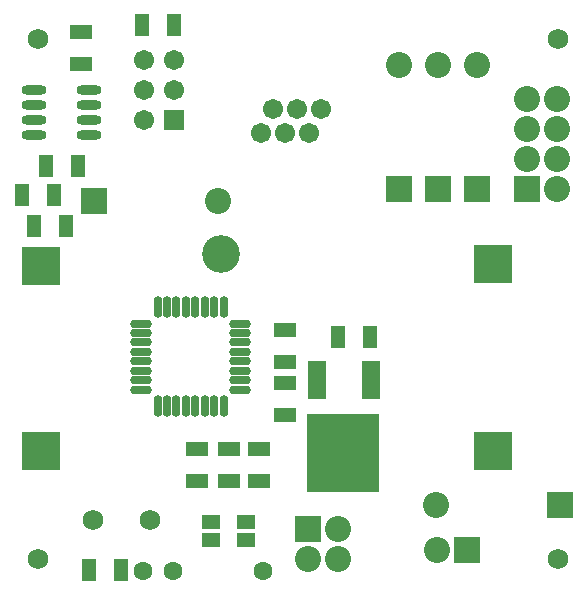
<source format=gts>
%FSAX44Y44*%
%MOMM*%
G71*
G01*
G75*
G04 Layer_Color=8388736*
%ADD10O,1.6500X0.5500*%
%ADD11O,0.5500X1.6500*%
%ADD12R,1.1000X1.7000*%
%ADD13R,1.7000X1.1000*%
%ADD14R,1.4000X1.1000*%
%ADD15R,1.4000X3.0000*%
%ADD16R,6.0000X6.5000*%
%ADD17O,1.9000X0.6000*%
%ADD18C,1.5000*%
%ADD19C,1.4000*%
%ADD20C,0.5080*%
%ADD21C,1.4000*%
%ADD22C,1.5240*%
%ADD23R,2.0000X2.0000*%
%ADD24C,2.0000*%
%ADD25R,2.0000X2.0000*%
%ADD26R,2.0000X2.0000*%
%ADD27C,2.0000*%
%ADD28C,1.5000*%
%ADD29R,1.5000X1.5000*%
%ADD30R,2.0000X2.0000*%
%ADD31R,3.0000X3.0000*%
%ADD32C,3.0000*%
%ADD33C,0.5000*%
%ADD34C,0.8000*%
%ADD35C,3.4500*%
%ADD36R,3.0000X1.4000*%
%ADD37R,6.5000X6.0000*%
%ADD38R,0.5800X1.3000*%
%ADD39O,0.5800X1.3000*%
%ADD40C,1.0000*%
%ADD41R,2.2191X0.9960*%
%ADD42C,0.2500*%
%ADD43C,0.6000*%
%ADD44C,0.2000*%
%ADD45C,0.2540*%
%ADD46R,2.8000X0.8000*%
%ADD47R,0.8000X2.8000*%
%ADD48O,1.8532X0.7532*%
%ADD49O,0.7532X1.8532*%
%ADD50R,1.3032X1.9032*%
%ADD51R,1.9032X1.3032*%
%ADD52R,1.6032X1.3032*%
%ADD53R,1.6032X3.2032*%
%ADD54R,6.2032X6.7032*%
%ADD55O,2.1032X0.8032*%
%ADD56C,1.6032*%
%ADD57C,1.7272*%
%ADD58R,2.2032X2.2032*%
%ADD59C,2.2032*%
%ADD60R,2.2032X2.2032*%
%ADD61R,2.2032X2.2032*%
%ADD62C,2.2032*%
%ADD63C,1.7032*%
%ADD64R,1.7032X1.7032*%
%ADD65R,2.2032X2.2032*%
%ADD66R,3.2032X3.2032*%
%ADD67C,3.2032*%
D48*
X00217080Y00429320D02*
D03*
Y00421320D02*
D03*
Y00413320D02*
D03*
Y00405320D02*
D03*
Y00397320D02*
D03*
Y00389320D02*
D03*
Y00381320D02*
D03*
Y00373320D02*
D03*
X00301080D02*
D03*
Y00381320D02*
D03*
Y00389320D02*
D03*
Y00397320D02*
D03*
Y00405320D02*
D03*
Y00413320D02*
D03*
Y00421320D02*
D03*
Y00429320D02*
D03*
D49*
X00231080Y00359320D02*
D03*
X00239080D02*
D03*
X00247080D02*
D03*
X00255080D02*
D03*
X00263080D02*
D03*
X00271080D02*
D03*
X00279080D02*
D03*
X00287080D02*
D03*
Y00443320D02*
D03*
X00279080D02*
D03*
X00271080D02*
D03*
X00263080D02*
D03*
X00255080D02*
D03*
X00247080D02*
D03*
X00239080D02*
D03*
X00231080D02*
D03*
D50*
X00126200Y00511810D02*
D03*
X00153200D02*
D03*
X00217640Y00681990D02*
D03*
X00244640D02*
D03*
X00143040Y00538480D02*
D03*
X00116040D02*
D03*
X00411010Y00417830D02*
D03*
X00384010D02*
D03*
X00136360Y00562610D02*
D03*
X00163360D02*
D03*
X00200190Y00220980D02*
D03*
X00173190D02*
D03*
D51*
X00291310Y00296380D02*
D03*
Y00323380D02*
D03*
X00339090Y00379260D02*
D03*
Y00352260D02*
D03*
X00166370Y00649440D02*
D03*
Y00676440D02*
D03*
X00264640Y00296380D02*
D03*
Y00323380D02*
D03*
X00316710Y00296380D02*
D03*
Y00323380D02*
D03*
X00339090Y00423710D02*
D03*
Y00396710D02*
D03*
D52*
X00276070Y00261620D02*
D03*
Y00245620D02*
D03*
X00306070Y00261620D02*
D03*
Y00245620D02*
D03*
D53*
X00411470Y00381770D02*
D03*
X00365770Y00381770D02*
D03*
D54*
X00388470Y00319270D02*
D03*
D55*
X00126360Y00627380D02*
D03*
Y00614680D02*
D03*
Y00601980D02*
D03*
Y00589280D02*
D03*
X00173360Y00627380D02*
D03*
Y00614680D02*
D03*
Y00601980D02*
D03*
Y00589280D02*
D03*
D56*
X00243840Y00219710D02*
D03*
X00320040D02*
D03*
X00218440D02*
D03*
D57*
X00570000Y00230000D02*
D03*
X00130000D02*
D03*
Y00670000D02*
D03*
X00570000D02*
D03*
X00176260Y00262890D02*
D03*
X00225060D02*
D03*
D58*
X00435610Y00543330D02*
D03*
X00501650D02*
D03*
X00468630D02*
D03*
D59*
X00435610Y00647930D02*
D03*
X00467130Y00275590D02*
D03*
X00501650Y00647930D02*
D03*
X00468630D02*
D03*
X00282170Y00533400D02*
D03*
D60*
X00571730Y00275590D02*
D03*
X00177570Y00533400D02*
D03*
D61*
X00492760Y00237490D02*
D03*
X00358140Y00255270D02*
D03*
D62*
X00467760Y00237490D02*
D03*
X00543560Y00568960D02*
D03*
Y00594360D02*
D03*
Y00619760D02*
D03*
X00568960D02*
D03*
Y00594360D02*
D03*
Y00568960D02*
D03*
Y00543560D02*
D03*
X00358140Y00229870D02*
D03*
X00383540D02*
D03*
Y00255270D02*
D03*
D63*
X00328970Y00610850D02*
D03*
X00349370D02*
D03*
X00369770D02*
D03*
X00318770Y00590550D02*
D03*
X00339170D02*
D03*
X00359570D02*
D03*
X00245110Y00627380D02*
D03*
X00219710D02*
D03*
X00245110Y00652780D02*
D03*
X00219710D02*
D03*
Y00601980D02*
D03*
D64*
X00245110D02*
D03*
D65*
X00543560Y00543560D02*
D03*
D66*
X00132580Y00478235D02*
D03*
X00514985Y00479505D02*
D03*
Y00321400D02*
D03*
X00132580D02*
D03*
D67*
X00284580Y00488235D02*
D03*
M02*

</source>
